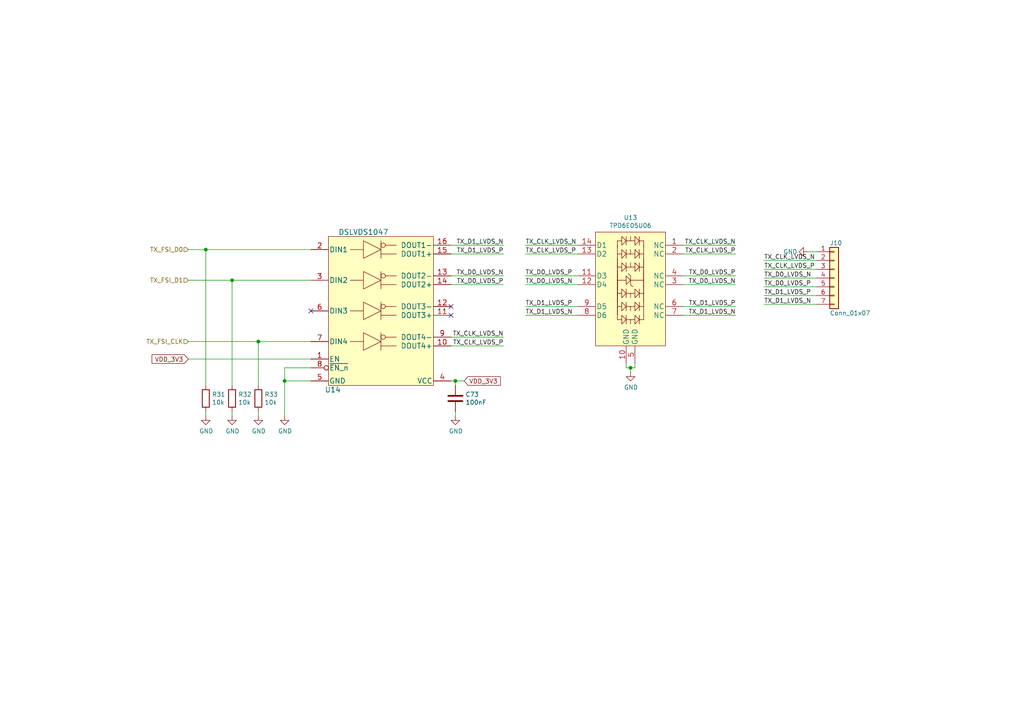
<source format=kicad_sch>
(kicad_sch (version 20211123) (generator eeschema)
  (paper "A4")
  (title_block (title "Open MOtor DRiver Initiative (OMODRI)") (date "2020-12-16") (rev "2.0") (company "LAAS/CNRS"))
  (lib_symbols
    (symbol "Connector_Generic:Conn_01x07" (pin_names (offset 1.016) hide)
      (property "Reference" "J" (at 0 10.16 0))
      (property "Value" "Conn_01x07" (at 0 -10.16 0))
      (symbol "Conn_01x07_1_1"
        (rectangle (start -1.27 -7.493) (end 0 -7.747) (stroke (width 0.1524)))
        (rectangle (start -1.27 -4.953) (end 0 -5.207) (stroke (width 0.1524)))
        (rectangle (start -1.27 -2.413) (end 0 -2.667) (stroke (width 0.1524)))
        (rectangle (start -1.27 0.127) (end 0 -0.127) (stroke (width 0.1524)))
        (rectangle (start -1.27 2.667) (end 0 2.413) (stroke (width 0.1524)))
        (rectangle (start -1.27 5.207) (end 0 4.953) (stroke (width 0.1524)))
        (rectangle (start -1.27 7.747) (end 0 7.493) (stroke (width 0.1524)))
        (rectangle (start -1.27 8.89) (end 1.27 -8.89) (stroke (width 0.254)) (fill (type background)))
        (pin passive line (at -5.08 7.62 0) (length 3.81) (name "Pin_1") (number "1"))
        (pin passive line (at -5.08 5.08 0) (length 3.81) (name "Pin_2") (number "2"))
        (pin passive line (at -5.08 2.54 0) (length 3.81) (name "Pin_3") (number "3"))
        (pin passive line (at -5.08 0 0) (length 3.81) (name "Pin_4") (number "4"))
        (pin passive line (at -5.08 -2.54 0) (length 3.81) (name "Pin_5") (number "5"))
        (pin passive line (at -5.08 -5.08 0) (length 3.81) (name "Pin_6") (number "6"))
        (pin passive line (at -5.08 -7.62 0) (length 3.81) (name "Pin_7") (number "7"))
      )
    )
    (symbol "Device:C" (pin_numbers hide) (pin_names (offset 0.254))
      (property "Reference" "C" (at 0.635 2.54 0))
      (property "Value" "C" (at 0.635 -2.54 0))
      (symbol "C_0_1"
        (polyline (pts (xy -2.032 -0.762) (xy 2.032 -0.762)) (stroke (width 0.508)))
        (polyline (pts (xy -2.032 0.762) (xy 2.032 0.762)) (stroke (width 0.508)))
      )
      (symbol "C_1_1"
        (pin passive line (at 0 3.81 270) (length 2.794) (name "~") (number "1"))
        (pin passive line (at 0 -3.81 90) (length 2.794) (name "~") (number "2"))
      )
    )
    (symbol "Device:R" (pin_numbers hide) (pin_names (offset 0))
      (property "Reference" "R" (at 2.032 0 90))
      (property "Value" "R" (at 0 0 90))
      (symbol "R_0_1"
        (rectangle (start -1.016 -2.54) (end 1.016 2.54) (stroke (width 0.254)))
      )
      (symbol "R_1_1"
        (pin passive line (at 0 3.81 270) (length 1.27) (name "~") (number "1"))
        (pin passive line (at 0 -3.81 90) (length 1.27) (name "~") (number "2"))
      )
    )
    (symbol "omodri_lib:DSLVDS1047PWR" (pin_names (offset 0.254))
      (property "Reference" "U" (at -15.24 24.13 0))
      (property "Value" "DSLVDS1047PWR" (at -6.35 21.59 0))
      (symbol "DSLVDS1047PWR_1_1"
        (rectangle (start -15.24 20.32) (end 15.24 -22.86) (fill (type background)))
        (polyline (pts (xy 0 -11.43) (xy 4.445 -11.43)))
        (polyline (pts (xy 0 -2.54) (xy 4.445 -2.54)))
        (polyline (pts (xy 0 6.35) (xy 4.445 6.35)))
        (polyline (pts (xy 0 15.24) (xy 4.445 15.24)))
        (polyline (pts (xy 1.27 -8.89) (xy 4.445 -8.89)))
        (polyline (pts (xy 1.27 0) (xy 4.445 0)))
        (polyline (pts (xy 1.27 8.89) (xy 4.445 8.89)))
        (polyline (pts (xy 1.27 17.78) (xy 4.445 17.78)))
        (polyline (pts (xy -8.89 -10.16) (xy -5.08 -10.16) (xy -5.08 -7.62) (xy 0 -10.16) (xy -5.08 -12.7) (xy -5.08 -10.16) (xy -5.08 -7.62) (xy 0 -10.16) (xy 0 -7.62) (xy 0 -12.7) (xy 0 -11.43)))
        (polyline (pts (xy -8.89 -1.27) (xy -5.08 -1.27) (xy -5.08 1.27) (xy 0 -1.27) (xy -5.08 -3.81) (xy -5.08 -1.27) (xy -5.08 1.27) (xy 0 -1.27) (xy 0 1.27) (xy 0 -3.81) (xy 0 -2.54)))
        (polyline (pts (xy -8.89 7.62) (xy -5.08 7.62) (xy -5.08 10.16) (xy 0 7.62) (xy -5.08 5.08) (xy -5.08 7.62) (xy -5.08 10.16) (xy 0 7.62) (xy 0 10.16) (xy 0 5.08) (xy 0 6.35)))
        (polyline (pts (xy -8.89 16.51) (xy -5.08 16.51) (xy -5.08 19.05) (xy 0 16.51) (xy -5.08 13.97) (xy -5.08 16.51) (xy -5.08 19.05) (xy 0 16.51) (xy 0 19.05) (xy 0 13.97) (xy 0 15.24)))
        (circle (center 0.635 -8.89) (radius 0.635))
        (circle (center 0.635 0) (radius 0.635))
        (circle (center 0.635 8.89) (radius 0.635))
        (circle (center 0.635 17.78) (radius 0.635))
        (pin input line (at -20.32 -15.24 0) (length 5.08) (name "EN") (number "1"))
        (pin output line (at 20.32 -11.43 180) (length 5.08) (name "DOUT4+") (number "10"))
        (pin output line (at 20.32 -2.54 180) (length 5.08) (name "DOUT3+") (number "11"))
        (pin output line (at 20.32 0 180) (length 5.08) (name "DOUT3-") (number "12"))
        (pin output line (at 20.32 8.89 180) (length 5.08) (name "DOUT2-") (number "13"))
        (pin output line (at 20.32 6.35 180) (length 5.08) (name "DOUT2+") (number "14"))
        (pin output line (at 20.32 15.24 180) (length 5.08) (name "DOUT1+") (number "15"))
        (pin output line (at 20.32 17.78 180) (length 5.08) (name "DOUT1-") (number "16"))
        (pin input line (at -20.32 16.51 0) (length 5.08) (name "DIN1") (number "2"))
        (pin input line (at -20.32 7.62 0) (length 5.08) (name "DIN2") (number "3"))
        (pin power_in line (at 20.32 -21.59 180) (length 5.08) (name "VCC") (number "4"))
        (pin power_in line (at -20.32 -21.59 0) (length 5.08) (name "GND") (number "5"))
        (pin input line (at -20.32 -1.27 0) (length 5.08) (name "DIN3") (number "6"))
        (pin input line (at -20.32 -10.16 0) (length 5.08) (name "DIN4") (number "7"))
        (pin input inverted (at -20.32 -17.78 0) (length 5.08) (name "~{EN_n}") (number "8"))
        (pin output line (at 20.32 -8.89 180) (length 5.08) (name "DOUT4-") (number "9"))
      )
    )
    (symbol "omodri_lib:TPD6E05U06" (pin_names (offset 0.254))
      (property "Reference" "U" (at -7.62 17.78 0))
      (property "Value" "TPD6E05U06" (at -2.54 15.24 0))
      (symbol "TPD6E05U06_0_1"
        (polyline (pts (xy -3.81 11.43) (xy -3.81 9.525)))
        (polyline (pts (xy 0 -1.27) (xy 0.635 -1.905)))
        (polyline (pts (xy 0 1.27) (xy -0.635 1.905)))
        (polyline (pts (xy 3.81 -10.16) (xy 3.81 -11.43)))
        (polyline (pts (xy 3.81 11.43) (xy 3.81 9.525)))
        (polyline (pts (xy -2.54 0) (xy -3.81 0) (xy -3.81 -11.43)))
        (polyline (pts (xy 1.27 0) (xy 3.81 0) (xy 0 0)))
      )
      (symbol "TPD6E05U06_1_1"
        (polyline (pts (xy -3.81 2.54) (xy -3.81 -10.16)))
        (polyline (pts (xy -3.81 6.35) (xy -3.81 -6.35)))
        (polyline (pts (xy -3.81 10.16) (xy -3.81 -2.54)))
        (polyline (pts (xy 0 -11.43) (xy 0 -12.7)))
        (polyline (pts (xy 0 -7.62) (xy 0 -8.89)))
        (polyline (pts (xy 0 -3.81) (xy 0 -5.08)))
        (polyline (pts (xy 0 3.81) (xy 0 5.08)))
        (polyline (pts (xy 0 7.62) (xy 0 8.89)))
        (polyline (pts (xy 0 11.43) (xy 0 12.7)))
        (polyline (pts (xy 3.81 2.54) (xy 3.81 -10.16)))
        (polyline (pts (xy 3.81 6.35) (xy 3.81 -6.35)))
        (polyline (pts (xy 3.81 10.16) (xy 3.81 -2.54)))
        (polyline (pts (xy 0 -11.43) (xy -1.27 -11.43) (xy -1.27 -10.16) (xy -1.27 -12.7) (xy -1.27 -11.43) (xy -2.54 -10.16) (xy -2.54 -12.7) (xy -1.27 -11.43) (xy -2.54 -12.7) (xy -2.54 -11.43) (xy -3.81 -11.43)))
        (polyline (pts (xy 0 -7.62) (xy -1.27 -7.62) (xy -1.27 -6.35) (xy -1.27 -8.89) (xy -1.27 -7.62) (xy -2.54 -6.35) (xy -2.54 -8.89) (xy -1.27 -7.62) (xy -2.54 -8.89) (xy -2.54 -7.62) (xy -3.81 -7.62)))
        (polyline (pts (xy 0 -3.81) (xy -1.27 -3.81) (xy -1.27 -2.54) (xy -1.27 -5.08) (xy -1.27 -3.81) (xy -2.54 -2.54) (xy -2.54 -5.08) (xy -1.27 -3.81) (xy -2.54 -5.08) (xy -2.54 -3.81) (xy -3.81 -3.81)))
        (polyline (pts (xy 0 3.81) (xy -1.27 3.81) (xy -1.27 5.08) (xy -1.27 2.54) (xy -1.27 3.81) (xy -2.54 5.08) (xy -2.54 2.54) (xy -1.27 3.81) (xy -2.54 2.54) (xy -2.54 3.81) (xy -3.81 3.81)))
        (polyline (pts (xy 0 7.62) (xy -1.27 7.62) (xy -1.27 8.89) (xy -1.27 6.35) (xy -1.27 7.62) (xy -2.54 8.89) (xy -2.54 6.35) (xy -1.27 7.62) (xy -2.54 6.35) (xy -2.54 7.62) (xy -3.81 7.62)))
        (polyline (pts (xy 0 11.43) (xy -1.27 11.43) (xy -1.27 12.7) (xy -1.27 10.16) (xy -1.27 11.43) (xy -2.54 12.7) (xy -2.54 10.16) (xy -1.27 11.43) (xy -2.54 10.16) (xy -2.54 11.43) (xy -3.81 11.43)))
        (polyline (pts (xy 1.27 0) (xy 0 0) (xy 0 1.27) (xy 0 -1.27) (xy 0 0) (xy -1.27 1.27) (xy -1.27 -1.27) (xy 0 0) (xy -1.27 -1.27) (xy -1.27 0) (xy -2.54 0)))
        (polyline (pts (xy 3.81 -11.43) (xy 2.54 -11.43) (xy 2.54 -10.16) (xy 2.54 -12.7) (xy 2.54 -11.43) (xy 1.27 -10.16) (xy 1.27 -12.7) (xy 2.54 -11.43) (xy 1.27 -12.7) (xy 1.27 -11.43) (xy 0 -11.43)))
        (polyline (pts (xy 3.81 -7.62) (xy 2.54 -7.62) (xy 2.54 -6.35) (xy 2.54 -8.89) (xy 2.54 -7.62) (xy 1.27 -6.35) (xy 1.27 -8.89) (xy 2.54 -7.62) (xy 1.27 -8.89) (xy 1.27 -7.62) (xy 0 -7.62)))
        (polyline (pts (xy 3.81 -3.81) (xy 2.54 -3.81) (xy 2.54 -2.54) (xy 2.54 -5.08) (xy 2.54 -3.81) (xy 1.27 -2.54) (xy 1.27 -5.08) (xy 2.54 -3.81) (xy 1.27 -5.08) (xy 1.27 -3.81) (xy 0 -3.81)))
        (polyline (pts (xy 3.81 3.81) (xy 2.54 3.81) (xy 2.54 5.08) (xy 2.54 2.54) (xy 2.54 3.81) (xy 1.27 5.08) (xy 1.27 2.54) (xy 2.54 3.81) (xy 1.27 2.54) (xy 1.27 3.81) (xy 0 3.81)))
        (polyline (pts (xy 3.81 7.62) (xy 2.54 7.62) (xy 2.54 8.89) (xy 2.54 6.35) (xy 2.54 7.62) (xy 1.27 8.89) (xy 1.27 6.35) (xy 2.54 7.62) (xy 1.27 6.35) (xy 1.27 7.62) (xy 0 7.62)))
        (polyline (pts (xy 3.81 11.43) (xy 2.54 11.43) (xy 2.54 12.7) (xy 2.54 10.16) (xy 2.54 11.43) (xy 1.27 12.7) (xy 1.27 10.16) (xy 2.54 11.43) (xy 1.27 10.16) (xy 1.27 11.43) (xy 0 11.43)))
        (rectangle (start 10.16 13.97) (end -10.16 -19.05) (fill (type background)))
        (pin bidirectional line (at 15.24 10.16 180) (length 5.08) (name "NC") (number "1"))
        (pin power_in line (at -1.27 -24.13 90) (length 5.08) (name "GND") (number "10"))
        (pin bidirectional line (at -15.24 1.27 0) (length 5.08) (name "D3") (number "11"))
        (pin bidirectional line (at -15.24 -1.27 0) (length 5.08) (name "D4") (number "12"))
        (pin bidirectional line (at -15.24 7.62 0) (length 5.08) (name "D2") (number "13"))
        (pin bidirectional line (at -15.24 10.16 0) (length 5.08) (name "D1") (number "14"))
        (pin bidirectional line (at 15.24 7.62 180) (length 5.08) (name "NC") (number "2"))
        (pin bidirectional line (at 15.24 -1.27 180) (length 5.08) (name "NC") (number "3"))
        (pin bidirectional line (at 15.24 1.27 180) (length 5.08) (name "NC") (number "4"))
        (pin power_in line (at 1.27 -24.13 90) (length 5.08) (name "GND") (number "5"))
        (pin bidirectional line (at 15.24 -7.62 180) (length 5.08) (name "NC") (number "6"))
        (pin bidirectional line (at 15.24 -10.16 180) (length 5.08) (name "NC") (number "7"))
        (pin bidirectional line (at -15.24 -10.16 0) (length 5.08) (name "D6") (number "8"))
        (pin bidirectional line (at -15.24 -7.62 0) (length 5.08) (name "D5") (number "9"))
      )
    )
    (symbol "power:GND" (power) (pin_names (offset 0))
      (property "Value" "GND" (at 0 -3.81 0))
      (symbol "GND_0_1"
        (polyline (pts (xy 0 0) (xy 0 -1.27) (xy 1.27 -1.27) (xy 0 -2.54) (xy -1.27 -1.27) (xy 0 -1.27)))
      )
      (symbol "GND_1_1"
        (pin power_in line (at 0 0 270) (length 0) hide (name "GND") (number "1"))
      )
    )
  )
  (junction (at 182.88 106.68))
  (junction (at 67.31 81.28))
  (junction (at 59.69 72.39))
  (junction (at 74.93 99.06))
  (junction (at 82.55 110.49))
  (junction (at 132.08 110.49))
  (no_connect (at 90.17 90.17))
  (no_connect (at 130.81 91.44))
  (no_connect (at 130.81 88.9))
  (wire (pts (xy 82.55 106.68) (xy 82.55 110.49)))
  (wire (pts (xy 152.4 71.12) (xy 167.64 71.12)))
  (wire (pts (xy 236.855 75.565) (xy 221.615 75.565)))
  (wire (pts (xy 130.81 100.33) (xy 146.05 100.33)))
  (wire (pts (xy 74.93 99.06) (xy 90.17 99.06)))
  (wire (pts (xy 182.88 106.68) (xy 184.15 106.68)))
  (wire (pts (xy 67.31 119.38) (xy 67.31 120.65)))
  (wire (pts (xy 198.12 82.55) (xy 213.36 82.55)))
  (wire (pts (xy 198.12 88.9) (xy 213.36 88.9)))
  (wire (pts (xy 132.08 110.49) (xy 134.62 110.49)))
  (wire (pts (xy 181.61 106.68) (xy 181.61 105.41)))
  (wire (pts (xy 146.05 97.79) (xy 130.81 97.79)))
  (wire (pts (xy 132.08 110.49) (xy 130.81 110.49)))
  (wire (pts (xy 90.17 72.39) (xy 59.69 72.39)))
  (wire (pts (xy 82.55 110.49) (xy 90.17 110.49)))
  (wire (pts (xy 130.81 71.12) (xy 146.05 71.12)))
  (wire (pts (xy 59.69 120.65) (xy 59.69 119.38)))
  (wire (pts (xy 167.64 91.44) (xy 152.4 91.44)))
  (wire (pts (xy 82.55 106.68) (xy 90.17 106.68)))
  (wire (pts (xy 54.61 72.39) (xy 59.69 72.39)))
  (wire (pts (xy 130.81 82.55) (xy 146.05 82.55)))
  (wire (pts (xy 82.55 110.49) (xy 82.55 120.65)))
  (wire (pts (xy 221.615 88.265) (xy 236.855 88.265)))
  (wire (pts (xy 130.81 73.66) (xy 146.05 73.66)))
  (wire (pts (xy 221.615 83.185) (xy 236.855 83.185)))
  (wire (pts (xy 67.31 111.76) (xy 67.31 81.28)))
  (wire (pts (xy 152.4 80.01) (xy 167.64 80.01)))
  (wire (pts (xy 54.61 104.14) (xy 90.17 104.14)))
  (wire (pts (xy 152.4 82.55) (xy 167.64 82.55)))
  (wire (pts (xy 221.615 80.645) (xy 236.855 80.645)))
  (wire (pts (xy 221.615 78.105) (xy 236.855 78.105)))
  (wire (pts (xy 198.12 80.01) (xy 213.36 80.01)))
  (wire (pts (xy 221.615 85.725) (xy 236.855 85.725)))
  (wire (pts (xy 67.31 81.28) (xy 90.17 81.28)))
  (wire (pts (xy 132.08 110.49) (xy 132.08 111.76)))
  (wire (pts (xy 130.81 80.01) (xy 146.05 80.01)))
  (wire (pts (xy 236.855 73.025) (xy 234.315 73.025)))
  (wire (pts (xy 213.36 91.44) (xy 198.12 91.44)))
  (wire (pts (xy 152.4 73.66) (xy 167.64 73.66)))
  (wire (pts (xy 132.08 120.65) (xy 132.08 119.38)))
  (wire (pts (xy 74.93 111.76) (xy 74.93 99.06)))
  (wire (pts (xy 152.4 88.9) (xy 167.64 88.9)))
  (wire (pts (xy 182.88 107.95) (xy 182.88 106.68)))
  (wire (pts (xy 184.15 106.68) (xy 184.15 105.41)))
  (wire (pts (xy 74.93 119.38) (xy 74.93 120.65)))
  (wire (pts (xy 54.61 99.06) (xy 74.93 99.06)))
  (wire (pts (xy 54.61 81.28) (xy 67.31 81.28)))
  (wire (pts (xy 182.88 106.68) (xy 181.61 106.68)))
  (wire (pts (xy 198.12 71.12) (xy 213.36 71.12)))
  (wire (pts (xy 198.12 73.66) (xy 213.36 73.66)))
  (wire (pts (xy 59.69 72.39) (xy 59.69 111.76)))
  (label "TX_D0_LVDS_P" (at 152.4 80.01 0))
  (label "TX_CLK_LVDS_P" (at 221.615 78.105 0))
  (label "TX_D0_LVDS_P" (at 221.615 83.185 0))
  (label "TX_CLK_LVDS_N" (at 152.4 71.12 0))
  (label "TX_D0_LVDS_N" (at 213.36 82.55 180))
  (label "TX_CLK_LVDS_P" (at 152.4 73.66 0))
  (label "TX_CLK_LVDS_P" (at 213.36 73.66 180))
  (label "TX_D1_LVDS_P" (at 146.05 73.66 180))
  (label "TX_D1_LVDS_N" (at 146.05 71.12 180))
  (label "TX_D0_LVDS_N" (at 152.4 82.55 0))
  (label "TX_D0_LVDS_P" (at 213.36 80.01 180))
  (label "TX_D1_LVDS_N" (at 221.615 88.265 0))
  (label "TX_D0_LVDS_P" (at 146.05 82.55 180))
  (label "TX_CLK_LVDS_N" (at 221.615 75.565 0))
  (label "TX_D1_LVDS_N" (at 152.4 91.44 0))
  (label "TX_D1_LVDS_N" (at 213.36 91.44 180))
  (label "TX_D0_LVDS_N" (at 146.05 80.01 180))
  (label "TX_D0_LVDS_N" (at 221.615 80.645 0))
  (label "TX_D1_LVDS_P" (at 152.4 88.9 0))
  (label "TX_CLK_LVDS_P" (at 146.05 100.33 180))
  (label "TX_D1_LVDS_P" (at 221.615 85.725 0))
  (label "TX_CLK_LVDS_N" (at 213.36 71.12 180))
  (label "TX_CLK_LVDS_N" (at 146.05 97.79 180))
  (label "TX_D1_LVDS_P" (at 213.36 88.9 180))
  (global_label "VDD_3V3" (shape input) (at 134.62 110.49 0) (property "Références Inter-Feuilles" "${INTERSHEET_REFS}" (effects hide)))
  (global_label "VDD_3V3" (shape input) (at 54.61 104.14 180) (property "Références Inter-Feuilles" "${INTERSHEET_REFS}" (effects hide)))
  (hierarchical_label "TX_FSI_D0" (shape input) (at 54.61 72.39 180))
  (hierarchical_label "TX_FSI_CLK" (shape input) (at 54.61 99.06 180))
  (hierarchical_label "TX_FSI_D1" (shape input) (at 54.61 81.28 180))
  (symbol (lib_id "power:GND") (at 132.08 120.65 0) (unit 1)
    (property "Reference" "#PWR093" (effects hide))
    (property "Value" "GND" (at 132.207 125.0442 0))
  )
  (symbol (lib_id "Device:C") (at 132.08 115.57 0) (unit 1)
    (property "Reference" "C73" (at 135.001 114.4016 0) (effects (justify left)))
    (property "Value" "100nF" (at 135.001 116.713 0) (effects (justify left)))
    (property "Footprint" "Capacitor_SMD:C_0201_0603Metric" (effects hide))
    (property "Part No" "GRM033R61E104KE14J" (effects hide))
    (property "Rated Voltage" "25V" (effects hide))
    (property "Farnell" "3790414" (effects hide))
    (property "RS" "185-2066" (effects hide))
    (property "Mouser" "81-GRM033R61E104KE4J" (effects hide))
    (property "DigiKey" "490-14571-1-ND" (effects hide))
  )
  (symbol (lib_id "power:GND") (at 82.55 120.65 0) (unit 1)
    (property "Reference" "#PWR092" (effects hide))
    (property "Value" "GND" (at 82.677 125.0442 0))
  )
  (symbol (lib_id "Device:R") (at 59.69 115.57 180) (unit 1)
    (property "Reference" "R31" (at 61.468 114.4016 0) (effects (justify right)))
    (property "Value" "10k" (at 61.468 116.713 0) (effects (justify right)))
    (property "Footprint" "Resistor_SMD:R_0201_0603Metric" (effects hide))
    (property "DigiKey" "P122414CT-ND" (effects hide))
    (property "Farnell" "2302362" (effects hide))
    (property "Mouser" "667-ERJ-1GNF1002C" (effects hide))
    (property "Part No" "ERJ-1GNF1002C" (effects hide))
    (property "RS" "176-3597" (effects hide))
  )
  (symbol (lib_id "Device:R") (at 67.31 115.57 180) (unit 1)
    (property "Reference" "R32" (at 69.088 114.4016 0) (effects (justify right)))
    (property "Value" "10k" (at 69.088 116.713 0) (effects (justify right)))
    (property "Footprint" "Resistor_SMD:R_0201_0603Metric" (effects hide))
    (property "DigiKey" "P122414CT-ND" (effects hide))
    (property "Farnell" "2302362" (effects hide))
    (property "Mouser" "667-ERJ-1GNF1002C" (effects hide))
    (property "Part No" "ERJ-1GNF1002C" (effects hide))
    (property "RS" "176-3597" (effects hide))
  )
  (symbol (lib_id "Device:R") (at 74.93 115.57 180) (unit 1)
    (property "Reference" "R33" (at 76.708 114.4016 0) (effects (justify right)))
    (property "Value" "10k" (at 76.708 116.713 0) (effects (justify right)))
    (property "Footprint" "Resistor_SMD:R_0201_0603Metric" (effects hide))
    (property "DigiKey" "P122414CT-ND" (effects hide))
    (property "Farnell" "2302362" (effects hide))
    (property "Mouser" "667-ERJ-1GNF1002C" (effects hide))
    (property "Part No" "ERJ-1GNF1002C" (effects hide))
    (property "RS" "176-3597" (effects hide))
  )
  (symbol (lib_id "power:GND") (at 59.69 120.65 0) (unit 1)
    (property "Reference" "#PWR089" (effects hide))
    (property "Value" "GND" (at 59.817 125.0442 0))
  )
  (symbol (lib_id "power:GND") (at 67.31 120.65 0) (unit 1)
    (property "Reference" "#PWR090" (effects hide))
    (property "Value" "GND" (at 67.437 125.0442 0))
  )
  (symbol (lib_id "power:GND") (at 74.93 120.65 0) (unit 1)
    (property "Reference" "#PWR091" (effects hide))
    (property "Value" "GND" (at 75.057 125.0442 0))
  )
  (symbol (lib_id "omodri_lib:TPD6E05U06") (at 182.88 81.28 0) (unit 1)
    (property "Reference" "U13" (at 182.88 63.119 0))
    (property "Value" "TPD6E05U06" (at 182.88 65.4304 0))
    (property "Footprint" "udriver3:USON_14" (effects hide))
    (property "Datasheet" "https://www.ti.com/lit/ds/symlink/tpd6e05u06.pdf" (effects hide))
    (property "DigiKey" "296-39349-1-ND" (effects hide))
    (property "Mouser" "595-TPD6E05U06RVZR" (effects hide))
    (property "Part No" "TPD6E05U06RVZR" (effects hide))
  )
  (symbol (lib_id "power:GND") (at 182.88 107.95 0) (unit 1)
    (property "Reference" "#PWR088" (effects hide))
    (property "Value" "GND" (at 183.007 112.3442 0))
  )
  (symbol (lib_id "Connector_Generic:Conn_01x07") (at 241.935 80.645 0) (unit 1)
    (property "Reference" "J10" (at 240.665 70.485 0) (effects (justify left)))
    (property "Value" "Conn_01x07" (at 240.665 90.805 0) (effects (justify left)))
    (property "Footprint" "udriver3:DF137P125H75" (effects hide))
    (property "DigiKey" "H2196-ND" (effects hide))
    (property "Mouser" "798-DF13-7P-1.25DSA" (effects hide))
    (property "Part No" "DF13-7P-1.25DSA" (effects hide))
  )
  (symbol (lib_id "power:GND") (at 234.315 73.025 270) (unit 1)
    (property "Reference" "#PWR087" (effects hide))
    (property "Value" "GND" (at 229.235 73.025 90))
  )
  (symbol (lib_id "omodri_lib:DSLVDS1047PWR") (at 110.49 88.9 0) (unit 1)
    (property "Reference" "U14" (at 96.52 113.03 0) (effects (font (size 1.524 1.524))))
    (property "Value" "DSLVDS1047" (at 105.41 67.31 0) (effects (font (size 1.524 1.524))))
    (property "Footprint" "Package_SO:TSSOP-16_4.4x5mm_P0.65mm" (effects hide))
    (property "Datasheet" "https://www.ti.com/lit/ds/symlink/dslvds1047.pdf" (effects hide))
    (property "Part No" "DSLVDS1047PWR" (effects hide))
    (property "DigiKey" "296-50740-1-ND" (effects hide))
    (property "Mouser" "595-DSLVDS1047PWR" (effects hide))
  )
)
</source>
